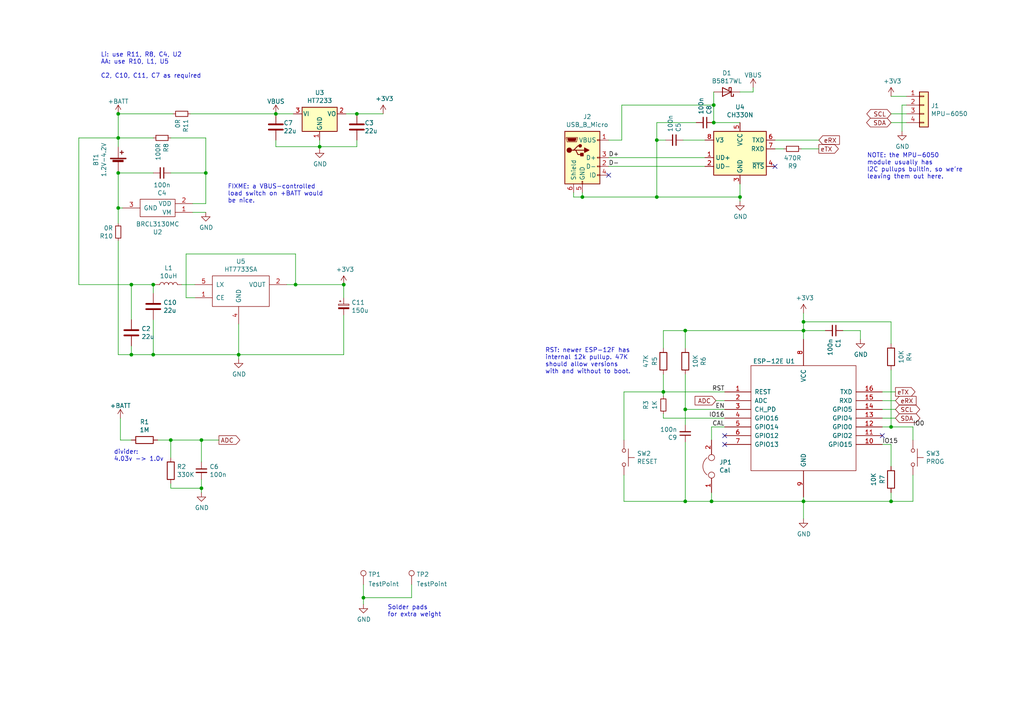
<source format=kicad_sch>
(kicad_sch (version 20211123) (generator eeschema)
  (paper "A4")
  (lib_symbols
    (symbol "Blue Rocket:BRCL3130MC" (pin_names (offset 1.016))
      (property "Reference" "U" (at 0 3.81 0))
      (property "Value" "BRCL3130MC" (at 0 -3.81 0))
      (symbol "BRCL3130MC_0_1"
        (rectangle (start -5.08 2.54) (end 5.08 -2.54))
      )
      (symbol "BRCL3130MC_1_1"
        (pin power_out line (at -10.16 1.27 0) (length 5.08) (name "VM") (number "1"))
        (pin power_in line (at -10.16 -1.27 0) (length 5.08) (name "VDD") (number "2"))
        (pin power_in line (at 10.16 0 180) (length 5.08) (name "GND") (number "3"))
      )
    )
    (symbol "Connector:TestPoint" (pin_numbers hide) (pin_names (offset 0.762) hide)
      (property "Reference" "TP" (at 0 6.858 0))
      (property "Value" "TestPoint" (at 0 5.08 0))
      (symbol "TestPoint_0_1"
        (circle (center 0 3.302) (radius 0.762))
      )
      (symbol "TestPoint_1_1"
        (pin passive line (at 0 0 90) (length 2.54) (name "1") (number "1"))
      )
    )
    (symbol "Connector:USB_B_Micro" (pin_names (offset 1.016))
      (property "Reference" "J" (at -5.08 11.43 0))
      (property "Value" "USB_B_Micro" (at -5.08 8.89 0))
      (symbol "USB_B_Micro_0_1"
        (rectangle (start -5.08 -7.62) (end 5.08 7.62) (stroke (width 0.254)) (fill (type background)))
        (circle (center -3.81 2.159) (radius 0.635) (stroke (width 0.254)) (fill (type outline)))
        (circle (center -0.635 3.429) (radius 0.381) (stroke (width 0.254)) (fill (type outline)))
        (rectangle (start -0.127 -7.62) (end 0.127 -6.858))
        (polyline (pts (xy -1.905 2.159) (xy 0.635 2.159)) (stroke (width 0.254)))
        (polyline (pts (xy -3.175 2.159) (xy -2.54 2.159) (xy -1.27 3.429) (xy -0.635 3.429)) (stroke (width 0.254)))
        (polyline (pts (xy -2.54 2.159) (xy -1.905 2.159) (xy -1.27 0.889) (xy 0 0.889)) (stroke (width 0.254)))
        (polyline (pts (xy 0.635 2.794) (xy 0.635 1.524) (xy 1.905 2.159) (xy 0.635 2.794)) (stroke (width 0.254)) (fill (type outline)))
        (polyline (pts (xy -4.318 5.588) (xy -1.778 5.588) (xy -2.032 4.826) (xy -4.064 4.826) (xy -4.318 5.588)) (fill (type outline)))
        (polyline (pts (xy -4.699 5.842) (xy -4.699 5.588) (xy -4.445 4.826) (xy -4.445 4.572) (xy -1.651 4.572) (xy -1.651 4.826) (xy -1.397 5.588) (xy -1.397 5.842) (xy -4.699 5.842)))
        (rectangle (start 0.254 1.27) (end -0.508 0.508) (stroke (width 0.254)) (fill (type outline)))
        (rectangle (start 5.08 -5.207) (end 4.318 -4.953))
        (rectangle (start 5.08 -2.667) (end 4.318 -2.413))
        (rectangle (start 5.08 -0.127) (end 4.318 0.127))
        (rectangle (start 5.08 4.953) (end 4.318 5.207))
      )
      (symbol "USB_B_Micro_1_1"
        (pin power_out line (at 7.62 5.08 180) (length 2.54) (name "VBUS") (number "1"))
        (pin bidirectional line (at 7.62 -2.54 180) (length 2.54) (name "D-") (number "2"))
        (pin bidirectional line (at 7.62 0 180) (length 2.54) (name "D+") (number "3"))
        (pin passive line (at 7.62 -5.08 180) (length 2.54) (name "ID") (number "4"))
        (pin power_out line (at 0 -10.16 90) (length 2.54) (name "GND") (number "5"))
        (pin passive line (at -2.54 -10.16 90) (length 2.54) (name "Shield") (number "6"))
      )
    )
    (symbol "Connector_Generic:Conn_01x04" (pin_names (offset 1.016) hide)
      (property "Reference" "J" (at 0 5.08 0))
      (property "Value" "Conn_01x04" (at 0 -7.62 0))
      (symbol "Conn_01x04_1_1"
        (rectangle (start -1.27 -4.953) (end 0 -5.207) (stroke (width 0.1524)))
        (rectangle (start -1.27 -2.413) (end 0 -2.667) (stroke (width 0.1524)))
        (rectangle (start -1.27 0.127) (end 0 -0.127) (stroke (width 0.1524)))
        (rectangle (start -1.27 2.667) (end 0 2.413) (stroke (width 0.1524)))
        (rectangle (start -1.27 3.81) (end 1.27 -6.35) (stroke (width 0.254)) (fill (type background)))
        (pin passive line (at -5.08 2.54 0) (length 3.81) (name "Pin_1") (number "1"))
        (pin passive line (at -5.08 0 0) (length 3.81) (name "Pin_2") (number "2"))
        (pin passive line (at -5.08 -2.54 0) (length 3.81) (name "Pin_3") (number "3"))
        (pin passive line (at -5.08 -5.08 0) (length 3.81) (name "Pin_4") (number "4"))
      )
    )
    (symbol "Device:Battery_Cell" (pin_numbers hide) (pin_names (offset 0) hide)
      (property "Reference" "BT" (at 2.54 2.54 0))
      (property "Value" "Battery_Cell" (at 2.54 0 0))
      (symbol "Battery_Cell_0_1"
        (rectangle (start -2.286 1.778) (end 2.286 1.524) (fill (type outline)))
        (rectangle (start -1.5748 1.1938) (end 1.4732 0.6858) (fill (type outline)))
        (polyline (pts (xy 0 0.762) (xy 0 0)))
        (polyline (pts (xy 0 1.778) (xy 0 2.54)))
        (polyline (pts (xy 0.508 3.429) (xy 1.524 3.429)) (stroke (width 0.254)))
        (polyline (pts (xy 1.016 3.937) (xy 1.016 2.921)) (stroke (width 0.254)))
      )
      (symbol "Battery_Cell_1_1"
        (pin passive line (at 0 5.08 270) (length 2.54) (name "+") (number "1"))
        (pin passive line (at 0 -2.54 90) (length 2.54) (name "-") (number "2"))
      )
    )
    (symbol "Device:C" (pin_numbers hide) (pin_names (offset 0.254))
      (property "Reference" "C" (at 0.635 2.54 0))
      (property "Value" "C" (at 0.635 -2.54 0))
      (symbol "C_0_1"
        (polyline (pts (xy -2.032 -0.762) (xy 2.032 -0.762)) (stroke (width 0.508)))
        (polyline (pts (xy -2.032 0.762) (xy 2.032 0.762)) (stroke (width 0.508)))
      )
      (symbol "C_1_1"
        (pin passive line (at 0 3.81 270) (length 2.794) (name "~") (number "1"))
        (pin passive line (at 0 -3.81 90) (length 2.794) (name "~") (number "2"))
      )
    )
    (symbol "Device:CP_Small" (pin_numbers hide) (pin_names (offset 0.254) hide)
      (property "Reference" "C" (at 0.254 1.778 0))
      (property "Value" "Device_CP_Small" (at 0.254 -2.032 0))
      (symbol "CP_Small_0_1"
        (rectangle (start -1.524 -0.3048) (end 1.524 -0.6858) (fill (type outline)))
        (rectangle (start -1.524 0.6858) (end 1.524 0.3048))
        (polyline (pts (xy -1.27 1.524) (xy -0.762 1.524)))
        (polyline (pts (xy -1.016 1.27) (xy -1.016 1.778)))
      )
      (symbol "CP_Small_1_1"
        (pin passive line (at 0 2.54 270) (length 1.8542) (name "~") (number "1"))
        (pin passive line (at 0 -2.54 90) (length 1.8542) (name "~") (number "2"))
      )
    )
    (symbol "Device:C_Small" (pin_numbers hide) (pin_names (offset 0.254) hide)
      (property "Reference" "C" (at 0.254 1.778 0))
      (property "Value" "C_Small" (at 0.254 -2.032 0))
      (symbol "C_Small_0_1"
        (polyline (pts (xy -1.524 -0.508) (xy 1.524 -0.508)) (stroke (width 0.3302)))
        (polyline (pts (xy -1.524 0.508) (xy 1.524 0.508)) (stroke (width 0.3048)))
      )
      (symbol "C_Small_1_1"
        (pin passive line (at 0 2.54 270) (length 2.032) (name "~") (number "1"))
        (pin passive line (at 0 -2.54 90) (length 2.032) (name "~") (number "2"))
      )
    )
    (symbol "Device:D_Schottky" (pin_numbers hide) (pin_names (offset 1.016) hide)
      (property "Reference" "D" (at 0 2.54 0))
      (property "Value" "D_Schottky" (at 0 -2.54 0))
      (symbol "D_Schottky_0_1"
        (polyline (pts (xy 1.27 0) (xy -1.27 0)))
        (polyline (pts (xy 1.27 1.27) (xy 1.27 -1.27) (xy -1.27 0) (xy 1.27 1.27)) (stroke (width 0.254)))
        (polyline (pts (xy -1.905 0.635) (xy -1.905 1.27) (xy -1.27 1.27) (xy -1.27 -1.27) (xy -0.635 -1.27) (xy -0.635 -0.635)) (stroke (width 0.254)))
      )
      (symbol "D_Schottky_1_1"
        (pin passive line (at -3.81 0 0) (length 2.54) (name "K") (number "1"))
        (pin passive line (at 3.81 0 180) (length 2.54) (name "A") (number "2"))
      )
    )
    (symbol "Device:Jumper" (pin_names (offset 0.762) hide)
      (property "Reference" "JP" (at 0 3.81 0))
      (property "Value" "Device_Jumper" (at 0 -2.032 0))
      (symbol "Jumper_0_1"
        (circle (center -2.54 0) (radius 0.889))
        (arc (start 2.5146 1.27) (mid 0.0127 2.5097) (end -2.4892 1.27))
        (circle (center 2.54 0) (radius 0.889))
        (pin passive line (at -7.62 0 0) (length 4.191) (name "1") (number "1"))
        (pin passive line (at 7.62 0 180) (length 4.191) (name "2") (number "2"))
      )
    )
    (symbol "Device:L" (pin_numbers hide) (pin_names (offset 1.016) hide)
      (property "Reference" "L" (at -1.27 0 90))
      (property "Value" "L" (at 1.905 0 90))
      (symbol "L_0_1"
        (arc (start 0 -2.54) (mid 0.635 -1.905) (end 0 -1.27))
        (arc (start 0 -1.27) (mid 0.635 -0.635) (end 0 0))
        (arc (start 0 0) (mid 0.635 0.635) (end 0 1.27))
        (arc (start 0 1.27) (mid 0.635 1.905) (end 0 2.54))
      )
      (symbol "L_1_1"
        (pin passive line (at 0 3.81 270) (length 1.27) (name "1") (number "1"))
        (pin passive line (at 0 -3.81 90) (length 1.27) (name "2") (number "2"))
      )
    )
    (symbol "Device:R" (pin_numbers hide) (pin_names (offset 0))
      (property "Reference" "R" (at 2.032 0 90))
      (property "Value" "R" (at 0 0 90))
      (symbol "R_0_1"
        (rectangle (start -1.016 -2.54) (end 1.016 2.54) (stroke (width 0.254)))
      )
      (symbol "R_1_1"
        (pin passive line (at 0 3.81 270) (length 1.27) (name "~") (number "1"))
        (pin passive line (at 0 -3.81 90) (length 1.27) (name "~") (number "2"))
      )
    )
    (symbol "Device:R_Small" (pin_numbers hide) (pin_names (offset 0.254) hide)
      (property "Reference" "R" (at 0.762 0.508 0))
      (property "Value" "R_Small" (at 0.762 -1.016 0))
      (symbol "R_Small_0_1"
        (rectangle (start -0.762 1.778) (end 0.762 -1.778) (stroke (width 0.2032)))
      )
      (symbol "R_Small_1_1"
        (pin passive line (at 0 2.54 270) (length 0.762) (name "~") (number "1"))
        (pin passive line (at 0 -2.54 90) (length 0.762) (name "~") (number "2"))
      )
    )
    (symbol "ESP8266:ESP-12" (pin_names (offset 1.016))
      (property "Reference" "U" (at 0 -2.54 0))
      (property "Value" "ESP-12" (at 0 2.54 0))
      (symbol "ESP-12_1_0"
        (rectangle (start -15.24 -15.24) (end 15.24 15.24))
      )
      (symbol "ESP-12_1_1"
        (pin input line (at -22.86 7.62 0) (length 7.62) (name "REST") (number "1"))
        (pin bidirectional line (at 22.86 -7.62 180) (length 7.62) (name "GPIO15") (number "10"))
        (pin bidirectional line (at 22.86 -5.08 180) (length 7.62) (name "GPIO2") (number "11"))
        (pin bidirectional line (at 22.86 -2.54 180) (length 7.62) (name "GPIO0") (number "12"))
        (pin bidirectional line (at 22.86 0 180) (length 7.62) (name "GPIO4") (number "13"))
        (pin bidirectional line (at 22.86 2.54 180) (length 7.62) (name "GPIO5") (number "14"))
        (pin input line (at 22.86 5.08 180) (length 7.62) (name "RXD") (number "15"))
        (pin output line (at 22.86 7.62 180) (length 7.62) (name "TXD") (number "16"))
        (pin passive line (at -22.86 5.08 0) (length 7.62) (name "ADC") (number "2"))
        (pin input line (at -22.86 2.54 0) (length 7.62) (name "CH_PD") (number "3"))
        (pin bidirectional line (at -22.86 0 0) (length 7.62) (name "GPIO16") (number "4"))
        (pin bidirectional line (at -22.86 -2.54 0) (length 7.62) (name "GPIO14") (number "5"))
        (pin bidirectional line (at -22.86 -5.08 0) (length 7.62) (name "GPIO12") (number "6"))
        (pin bidirectional line (at -22.86 -7.62 0) (length 7.62) (name "GPIO13") (number "7"))
        (pin power_in line (at 0 22.86 270) (length 7.62) (name "VCC") (number "8"))
        (pin power_in line (at 0 -22.86 90) (length 7.62) (name "GND") (number "9"))
      )
    )
    (symbol "Holtek:HT7733SA" (pin_names (offset 1.016))
      (property "Reference" "U" (at 7.62 -5.08 0))
      (property "Value" "Holtek_HT7733SA" (at 0 3.81 0))
      (symbol "HT7733SA_0_1"
        (rectangle (start -7.62 2.54) (end 8.89 -6.35))
      )
      (symbol "HT7733SA_1_1"
        (pin input line (at -12.7 -3.81 0) (length 5.08) (name "CE") (number "1"))
        (pin power_out line (at 13.97 0 180) (length 5.08) (name "VOUT") (number "2"))
        (pin no_connect line (at 13.97 -2.54 180) (length 5.08) hide (name "NC") (number "3"))
        (pin power_in line (at 0 -11.43 90) (length 5.08) (name "GND") (number "4"))
        (pin power_in line (at -12.7 0 0) (length 5.08) (name "LX") (number "5"))
      )
    )
    (symbol "Interface_USB:CH330N"
      (property "Reference" "U" (at -7.62 6.35 0))
      (property "Value" "CH330N" (at 7.62 6.35 0))
      (symbol "CH330N_0_1"
        (rectangle (start -7.62 5.08) (end 7.62 -7.62) (stroke (width 0.254)) (fill (type background)))
      )
      (symbol "CH330N_1_1"
        (pin bidirectional line (at -10.16 -2.54 0) (length 2.54) (name "UD+") (number "1"))
        (pin bidirectional line (at -10.16 -5.08 0) (length 2.54) (name "UD-") (number "2"))
        (pin power_in line (at 0 -10.16 90) (length 2.54) (name "GND") (number "3"))
        (pin output line (at 10.16 -5.08 180) (length 2.54) (name "~{RTS}") (number "4"))
        (pin power_in line (at 0 7.62 270) (length 2.54) (name "VCC") (number "5"))
        (pin output line (at 10.16 2.54 180) (length 2.54) (name "TXD") (number "6"))
        (pin input line (at 10.16 0 180) (length 2.54) (name "RXD") (number "7"))
        (pin passive line (at -10.16 2.54 0) (length 2.54) (name "V3") (number "8"))
      )
    )
    (symbol "Mega-BLDC-cache:+3.3V" (power) (pin_names (offset 0))
      (property "Value" "Mega-BLDC-cache_+3.3V" (at 0 3.556 0))
      (symbol "+3.3V_0_1"
        (polyline (pts (xy -0.762 1.27) (xy 0 2.54)))
        (polyline (pts (xy 0 0) (xy 0 2.54)))
        (polyline (pts (xy 0 2.54) (xy 0.762 1.27)))
      )
      (symbol "+3.3V_1_1"
        (pin power_in line (at 0 0 90) (length 0) hide (name "+3V3") (number "1"))
      )
    )
    (symbol "Regulator_Linear:MCP1700-3302E_SOT23" (pin_names (offset 0.254))
      (property "Reference" "U" (at -3.81 3.175 0))
      (property "Value" "MCP1700-3302E_SOT23" (at 0 3.175 0))
      (symbol "MCP1700-3302E_SOT23_0_1"
        (rectangle (start -5.08 1.905) (end 5.08 -5.08) (stroke (width 0.254)) (fill (type background)))
      )
      (symbol "MCP1700-3302E_SOT23_1_1"
        (pin power_in line (at 0 -7.62 90) (length 2.54) (name "GND") (number "1"))
        (pin power_out line (at 7.62 0 180) (length 2.54) (name "VO") (number "2"))
        (pin power_in line (at -7.62 0 0) (length 2.54) (name "VI") (number "3"))
      )
    )
    (symbol "Switch:SW_Push" (pin_numbers hide) (pin_names (offset 1.016) hide)
      (property "Reference" "SW" (at 1.27 2.54 0))
      (property "Value" "SW_Push" (at 0 -1.524 0))
      (symbol "SW_Push_0_1"
        (circle (center -2.032 0) (radius 0.508))
        (polyline (pts (xy 0 1.27) (xy 0 3.048)))
        (polyline (pts (xy 2.54 1.27) (xy -2.54 1.27)))
        (circle (center 2.032 0) (radius 0.508))
        (pin passive line (at -5.08 0 0) (length 2.54) (name "1") (number "1"))
        (pin passive line (at 5.08 0 180) (length 2.54) (name "2") (number "2"))
      )
    )
    (symbol "power:+BATT" (power) (pin_names (offset 0))
      (property "Value" "+BATT" (at 0 3.556 0))
      (symbol "+BATT_0_1"
        (polyline (pts (xy -0.762 1.27) (xy 0 2.54)))
        (polyline (pts (xy 0 0) (xy 0 2.54)))
        (polyline (pts (xy 0 2.54) (xy 0.762 1.27)))
      )
      (symbol "+BATT_1_1"
        (pin power_in line (at 0 0 90) (length 0) hide (name "+BATT") (number "1"))
      )
    )
    (symbol "power:GND" (power) (pin_names (offset 0))
      (property "Value" "GND" (at 0 -3.81 0))
      (symbol "GND_0_1"
        (polyline (pts (xy 0 0) (xy 0 -1.27) (xy 1.27 -1.27) (xy 0 -2.54) (xy -1.27 -1.27) (xy 0 -1.27)))
      )
      (symbol "GND_1_1"
        (pin power_in line (at 0 0 270) (length 0) hide (name "GND") (number "1"))
      )
    )
    (symbol "power:VBUS" (power) (pin_names (offset 0))
      (property "Value" "VBUS" (at 0 3.81 0))
      (symbol "VBUS_0_1"
        (polyline (pts (xy -0.762 1.27) (xy 0 2.54)))
        (polyline (pts (xy 0 0) (xy 0 2.54)))
        (polyline (pts (xy 0 2.54) (xy 0.762 1.27)))
      )
      (symbol "VBUS_1_1"
        (pin power_in line (at 0 0 90) (length 0) hide (name "VBUS") (number "1"))
      )
    )
  )
  (junction (at 59.69 50.165))
  (junction (at 34.29 33.02))
  (junction (at 34.29 60.325))
  (junction (at 233.045 93.345))
  (junction (at 69.215 102.87))
  (junction (at 258.445 145.415))
  (junction (at 198.755 118.745))
  (junction (at 92.71 42.545))
  (junction (at 207.01 30.48))
  (junction (at 192.405 113.665))
  (junction (at 80.01 33.02))
  (junction (at 198.755 145.415))
  (junction (at 38.1 102.87))
  (junction (at 58.42 141.605))
  (junction (at 190.5 57.15))
  (junction (at 233.045 145.415))
  (junction (at 34.29 40.005))
  (junction (at 44.45 102.87))
  (junction (at 44.45 82.55))
  (junction (at 233.045 95.885))
  (junction (at 207.01 35.56))
  (junction (at 34.29 50.165))
  (junction (at 85.725 82.55))
  (junction (at 206.375 145.415))
  (junction (at 105.41 173.355))
  (junction (at 38.1 82.55))
  (junction (at 58.42 127.635))
  (junction (at 190.5 40.64))
  (junction (at 103.505 33.02))
  (junction (at 99.695 82.55))
  (junction (at 49.53 127.635))
  (junction (at 168.91 57.15))
  (junction (at 258.445 123.825))
  (junction (at 198.755 95.885))
  (junction (at 214.63 57.15))
  (no_connect (at 224.79 48.26))
  (no_connect (at 255.905 126.365))
  (no_connect (at 210.185 128.905))
  (no_connect (at 176.53 50.8))
  (no_connect (at 210.185 126.365))
  (wire (pts (xy 204.47 45.72) (xy 176.53 45.72)))
  (wire (pts (xy 58.42 141.605) (xy 49.53 141.605)))
  (wire (pts (xy 190.5 40.64) (xy 190.5 57.15)))
  (wire (pts (xy 83.185 82.55) (xy 85.725 82.55)))
  (wire (pts (xy 224.79 43.18) (xy 227.33 43.18)))
  (wire (pts (xy 233.045 95.885) (xy 233.045 98.425)))
  (wire (pts (xy 52.705 82.55) (xy 56.515 82.55)))
  (wire (pts (xy 34.925 127.635) (xy 38.1 127.635)))
  (wire (pts (xy 34.925 121.285) (xy 34.925 127.635)))
  (wire (pts (xy 224.79 40.64) (xy 237.49 40.64)))
  (wire (pts (xy 55.88 59.055) (xy 59.69 59.055)))
  (wire (pts (xy 190.5 57.15) (xy 214.63 57.15)))
  (wire (pts (xy 258.445 128.905) (xy 258.445 135.255)))
  (wire (pts (xy 232.41 43.18) (xy 237.49 43.18)))
  (wire (pts (xy 38.1 100.33) (xy 38.1 102.87)))
  (wire (pts (xy 264.795 137.795) (xy 264.795 145.415)))
  (wire (pts (xy 34.29 102.87) (xy 38.1 102.87)))
  (wire (pts (xy 198.755 118.745) (xy 198.755 108.585)))
  (wire (pts (xy 59.69 40.005) (xy 59.69 50.165)))
  (wire (pts (xy 38.1 82.55) (xy 38.1 92.71)))
  (wire (pts (xy 198.755 128.27) (xy 198.755 145.415)))
  (wire (pts (xy 192.405 113.665) (xy 210.185 113.665)))
  (wire (pts (xy 34.29 60.325) (xy 34.29 64.77)))
  (wire (pts (xy 44.45 92.71) (xy 44.45 102.87)))
  (wire (pts (xy 192.405 113.665) (xy 192.405 114.935)))
  (wire (pts (xy 258.445 123.825) (xy 264.795 123.825)))
  (wire (pts (xy 264.795 123.825) (xy 264.795 127.635)))
  (wire (pts (xy 207.01 30.48) (xy 207.01 35.56)))
  (wire (pts (xy 49.53 140.335) (xy 49.53 141.605)))
  (wire (pts (xy 180.975 113.665) (xy 180.975 127.635)))
  (wire (pts (xy 259.715 121.285) (xy 255.905 121.285)))
  (wire (pts (xy 214.63 57.15) (xy 214.63 58.42)))
  (wire (pts (xy 44.45 82.55) (xy 44.45 85.09)))
  (wire (pts (xy 38.1 102.87) (xy 44.45 102.87)))
  (wire (pts (xy 258.445 107.315) (xy 258.445 123.825)))
  (wire (pts (xy 58.42 127.635) (xy 63.5 127.635)))
  (wire (pts (xy 99.695 91.44) (xy 99.695 102.87)))
  (wire (pts (xy 262.89 30.48) (xy 261.62 30.48)))
  (wire (pts (xy 198.755 145.415) (xy 206.375 145.415)))
  (wire (pts (xy 180.975 145.415) (xy 198.755 145.415)))
  (wire (pts (xy 206.375 145.415) (xy 233.045 145.415)))
  (wire (pts (xy 180.34 30.48) (xy 207.01 30.48)))
  (wire (pts (xy 255.905 118.745) (xy 259.715 118.745)))
  (wire (pts (xy 103.505 42.545) (xy 103.505 40.64)))
  (wire (pts (xy 92.71 42.545) (xy 103.505 42.545)))
  (wire (pts (xy 103.505 33.02) (xy 111.125 33.02)))
  (wire (pts (xy 100.33 33.02) (xy 103.505 33.02)))
  (wire (pts (xy 168.91 57.15) (xy 166.37 57.15)))
  (wire (pts (xy 176.53 40.64) (xy 180.34 40.64)))
  (wire (pts (xy 22.86 82.55) (xy 38.1 82.55)))
  (wire (pts (xy 58.42 133.985) (xy 58.42 127.635)))
  (wire (pts (xy 53.975 73.66) (xy 85.725 73.66)))
  (wire (pts (xy 258.445 27.94) (xy 262.89 27.94)))
  (wire (pts (xy 198.755 118.745) (xy 198.755 123.19)))
  (wire (pts (xy 34.29 33.02) (xy 50.165 33.02)))
  (wire (pts (xy 233.045 93.345) (xy 258.445 93.345)))
  (wire (pts (xy 119.38 173.355) (xy 119.38 169.545)))
  (wire (pts (xy 105.41 173.355) (xy 119.38 173.355)))
  (wire (pts (xy 264.795 145.415) (xy 258.445 145.415)))
  (wire (pts (xy 258.445 93.345) (xy 258.445 99.695)))
  (wire (pts (xy 58.42 139.065) (xy 58.42 141.605)))
  (wire (pts (xy 180.34 40.64) (xy 180.34 30.48)))
  (wire (pts (xy 80.01 42.545) (xy 92.71 42.545)))
  (wire (pts (xy 166.37 57.15) (xy 166.37 55.88)))
  (wire (pts (xy 233.045 144.145) (xy 233.045 145.415)))
  (wire (pts (xy 193.04 40.64) (xy 190.5 40.64)))
  (wire (pts (xy 69.215 102.87) (xy 99.695 102.87)))
  (wire (pts (xy 192.405 113.665) (xy 180.975 113.665)))
  (wire (pts (xy 176.53 48.26) (xy 204.47 48.26)))
  (wire (pts (xy 35.56 60.325) (xy 34.29 60.325)))
  (wire (pts (xy 210.185 123.825) (xy 206.375 123.825)))
  (wire (pts (xy 190.5 35.56) (xy 190.5 40.64)))
  (wire (pts (xy 255.905 128.905) (xy 258.445 128.905)))
  (wire (pts (xy 258.445 145.415) (xy 233.045 145.415)))
  (wire (pts (xy 56.515 86.36) (xy 53.975 86.36)))
  (wire (pts (xy 233.045 93.345) (xy 233.045 95.885)))
  (wire (pts (xy 192.405 120.015) (xy 192.405 121.285)))
  (wire (pts (xy 207.645 116.205) (xy 210.185 116.205)))
  (wire (pts (xy 261.62 30.48) (xy 261.62 38.1)))
  (wire (pts (xy 218.44 26.67) (xy 218.44 25.4)))
  (wire (pts (xy 58.42 141.605) (xy 58.42 142.875)))
  (wire (pts (xy 49.53 40.005) (xy 59.69 40.005)))
  (wire (pts (xy 34.29 42.545) (xy 34.29 40.005)))
  (wire (pts (xy 34.29 40.005) (xy 44.45 40.005)))
  (wire (pts (xy 258.445 142.875) (xy 258.445 145.415)))
  (wire (pts (xy 55.245 33.02) (xy 80.01 33.02)))
  (wire (pts (xy 34.29 40.005) (xy 22.86 40.005)))
  (wire (pts (xy 22.86 40.005) (xy 22.86 82.55)))
  (wire (pts (xy 214.63 26.67) (xy 218.44 26.67)))
  (wire (pts (xy 207.01 35.56) (xy 214.63 35.56)))
  (wire (pts (xy 258.445 35.56) (xy 262.89 35.56)))
  (wire (pts (xy 49.53 127.635) (xy 49.53 132.715)))
  (wire (pts (xy 192.405 113.665) (xy 192.405 108.585)))
  (wire (pts (xy 198.12 40.64) (xy 204.47 40.64)))
  (wire (pts (xy 49.53 127.635) (xy 58.42 127.635)))
  (wire (pts (xy 44.45 102.87) (xy 69.215 102.87)))
  (wire (pts (xy 168.91 57.15) (xy 168.91 55.88)))
  (wire (pts (xy 69.215 93.98) (xy 69.215 102.87)))
  (wire (pts (xy 198.755 118.745) (xy 210.185 118.745)))
  (wire (pts (xy 190.5 57.15) (xy 168.91 57.15)))
  (wire (pts (xy 255.905 123.825) (xy 258.445 123.825)))
  (wire (pts (xy 207.01 26.67) (xy 207.01 30.48)))
  (wire (pts (xy 198.755 95.885) (xy 233.045 95.885)))
  (wire (pts (xy 192.405 121.285) (xy 210.185 121.285)))
  (wire (pts (xy 80.01 33.02) (xy 85.09 33.02)))
  (wire (pts (xy 249.555 95.885) (xy 249.555 98.425)))
  (wire (pts (xy 80.01 40.64) (xy 80.01 42.545)))
  (wire (pts (xy 198.755 100.965) (xy 198.755 95.885)))
  (wire (pts (xy 34.29 69.85) (xy 34.29 102.87)))
  (wire (pts (xy 44.45 50.165) (xy 34.29 50.165)))
  (wire (pts (xy 34.29 60.325) (xy 34.29 50.165)))
  (wire (pts (xy 192.405 95.885) (xy 198.755 95.885)))
  (wire (pts (xy 38.1 82.55) (xy 44.45 82.55)))
  (wire (pts (xy 255.905 113.665) (xy 259.715 113.665)))
  (wire (pts (xy 53.975 86.36) (xy 53.975 73.66)))
  (wire (pts (xy 59.69 50.165) (xy 59.69 59.055)))
  (wire (pts (xy 233.045 90.805) (xy 233.045 93.345)))
  (wire (pts (xy 201.93 35.56) (xy 190.5 35.56)))
  (wire (pts (xy 192.405 95.885) (xy 192.405 100.965)))
  (wire (pts (xy 49.53 50.165) (xy 59.69 50.165)))
  (wire (pts (xy 105.41 173.355) (xy 105.41 175.26)))
  (wire (pts (xy 105.41 169.545) (xy 105.41 173.355)))
  (wire (pts (xy 255.905 116.205) (xy 259.715 116.205)))
  (wire (pts (xy 55.88 61.595) (xy 59.69 61.595)))
  (wire (pts (xy 85.725 73.66) (xy 85.725 82.55)))
  (wire (pts (xy 233.045 95.885) (xy 239.395 95.885)))
  (wire (pts (xy 45.72 127.635) (xy 49.53 127.635)))
  (wire (pts (xy 85.725 82.55) (xy 99.695 82.55)))
  (wire (pts (xy 258.445 33.02) (xy 262.89 33.02)))
  (wire (pts (xy 206.375 123.825) (xy 206.375 127.635)))
  (wire (pts (xy 214.63 53.34) (xy 214.63 57.15)))
  (wire (pts (xy 34.29 40.005) (xy 34.29 33.02)))
  (wire (pts (xy 244.475 95.885) (xy 249.555 95.885)))
  (wire (pts (xy 180.975 137.795) (xy 180.975 145.415)))
  (wire (pts (xy 69.215 102.87) (xy 69.215 104.14)))
  (wire (pts (xy 44.45 82.55) (xy 45.085 82.55)))
  (wire (pts (xy 233.045 145.415) (xy 233.045 150.495)))
  (wire (pts (xy 92.71 42.545) (xy 92.71 43.18)))
  (wire (pts (xy 92.71 40.64) (xy 92.71 42.545)))
  (wire (pts (xy 99.695 82.55) (xy 99.695 86.36)))
  (wire (pts (xy 206.375 142.875) (xy 206.375 145.415)))
  (text "divider:\n4.03v -> 1.0v" (at 33.02 133.985 0) (effects (font (size 1.27 1.27)) (justify left bottom)))
  (text "Li: use R11, R8, C4, U2\nAA: use R10, L1, U5\n\nC2, C10, C11, C7 as required" (at 29.21 22.86 0) (effects (font (size 1.27 1.27)) (justify left bottom)))
  (text "NOTE: the MPU-6050\nmodule usually has\nI2C pullups builtin, so we're\nleaving them out here." (at 251.46 52.07 0) (effects (font (size 1.27 1.27)) (justify left bottom)))
  (text "FIXME: a VBUS-controlled\nload switch on +BATT would\nbe nice." (at 66.04 59.055 0) (effects (font (size 1.27 1.27)) (justify left bottom)))
  (text "Solder pads\nfor extra weight" (at 112.395 179.07 0) (effects (font (size 1.27 1.27)) (justify left bottom)))
  (text "RST: newer ESP-12F has\ninternal 12k pullup. 47K\nshould allow versions\nwith and without to boot." (at 158.115 108.585 0) (effects (font (size 1.27 1.27)) (justify left bottom)))
  (label "D+" (at 176.53 45.72 0))
  (label "RST" (at 210.185 113.665 180))
  (label "EN" (at 210.185 118.745 180))
  (label "IO15" (at 255.905 128.905 0))
  (label "D-" (at 176.53 48.26 0))
  (label "IO0" (at 264.795 123.825 0))
  (label "IO16" (at 210.185 121.285 180))
  (label "CAL" (at 210.185 123.825 180))
  (global_label "ADC" (shape output) (at 63.5 127.635 0) (property "Intersheet References" "${INTERSHEET_REFS}" (effects hide)))
  (global_label "eTX" (shape output) (at 237.49 43.18 0) (property "Intersheet References" "${INTERSHEET_REFS}" (effects hide)))
  (global_label "SCL" (shape bidirectional) (at 258.445 33.02 180) (property "Intersheet References" "${INTERSHEET_REFS}" (effects hide)))
  (global_label "ADC" (shape input) (at 207.645 116.205 180) (property "Intersheet References" "${INTERSHEET_REFS}" (effects hide)))
  (global_label "SCL" (shape bidirectional) (at 259.715 118.745 0) (property "Intersheet References" "${INTERSHEET_REFS}" (effects hide)))
  (global_label "SDA" (shape bidirectional) (at 259.715 121.285 0) (property "Intersheet References" "${INTERSHEET_REFS}" (effects hide)))
  (global_label "eRX" (shape input) (at 259.715 116.205 0) (property "Intersheet References" "${INTERSHEET_REFS}" (effects hide)))
  (global_label "SDA" (shape bidirectional) (at 258.445 35.56 180) (property "Intersheet References" "${INTERSHEET_REFS}" (effects hide)))
  (global_label "eRX" (shape input) (at 237.49 40.64 0) (property "Intersheet References" "${INTERSHEET_REFS}" (effects hide)))
  (global_label "eTX" (shape output) (at 259.715 113.665 0) (property "Intersheet References" "${INTERSHEET_REFS}" (effects hide)))
  (symbol (lib_id "ESP8266:ESP-12") (at 233.045 121.285 0) (unit 1)
    (property "Reference" "U1" (at 229.235 104.775 0))
    (property "Value" "ESP-12E" (at 222.885 104.775 0))
    (property "Footprint" "CPB:ESP-12Emin" (effects hide))
    (property "Datasheet" "http://wiki.ai-thinker.com/_media/esp8266/docs/aithinker_esp_12f_datasheet_en.pdf" (effects hide))
  )
  (symbol (lib_id "Device:C_Small") (at 241.935 95.885 270) (unit 1)
    (property "Reference" "C1" (at 243.1034 98.2218 0) (effects (justify left)))
    (property "Value" "100n" (at 240.792 98.2218 0) (effects (justify left)))
    (property "Footprint" "Capacitor_SMD:C_0603_1608Metric_Pad1.08x0.95mm_HandSolder" (effects hide))
  )
  (symbol (lib_id "power:GND") (at 233.045 150.495 0) (unit 1)
    (property "Reference" "#PWR02" (effects hide))
    (property "Value" "GND" (at 233.172 154.8892 0))
  )
  (symbol (lib_id "Device:R") (at 198.755 104.775 180) (unit 1)
    (property "Reference" "R6" (at 204.0128 104.775 90))
    (property "Value" "10K" (at 201.7014 104.775 90))
    (property "Footprint" "Resistor_SMD:R_0603_1608Metric_Pad0.98x0.95mm_HandSolder" (effects hide))
  )
  (symbol (lib_id "Device:R") (at 192.405 104.775 180) (unit 1)
    (property "Reference" "R5" (at 189.865 104.775 90))
    (property "Value" "47K" (at 187.325 104.775 90))
    (property "Footprint" "Resistor_SMD:R_0603_1608Metric_Pad0.98x0.95mm_HandSolder" (effects hide))
  )
  (symbol (lib_id "Device:C") (at 103.505 36.83 0) (unit 1)
    (property "Reference" "C3" (at 105.7402 35.6616 0) (effects (justify left)))
    (property "Value" "22u" (at 105.7402 37.973 0) (effects (justify left)))
    (property "Footprint" "Capacitor_SMD:C_0805_2012Metric_Pad1.18x1.45mm_HandSolder" (effects hide))
  )
  (symbol (lib_id "power:GND") (at 92.71 43.18 0) (unit 1)
    (property "Reference" "#PWR03" (effects hide))
    (property "Value" "GND" (at 92.837 47.5742 0))
  )
  (symbol (lib_id "Device:R") (at 41.91 127.635 270) (unit 1)
    (property "Reference" "R1" (at 41.91 122.3772 90))
    (property "Value" "1M" (at 41.91 124.6886 90))
    (property "Footprint" "Resistor_SMD:R_0603_1608Metric_Pad0.98x0.95mm_HandSolder" (effects hide))
  )
  (symbol (lib_id "Device:R") (at 49.53 136.525 180) (unit 1)
    (property "Reference" "R2" (at 51.308 135.3566 0) (effects (justify right)))
    (property "Value" "330K" (at 51.308 137.668 0) (effects (justify right)))
    (property "Footprint" "Resistor_SMD:R_0603_1608Metric_Pad0.98x0.95mm_HandSolder" (effects hide))
  )
  (symbol (lib_id "power:GND") (at 58.42 142.875 0) (unit 1)
    (property "Reference" "#PWR04" (effects hide))
    (property "Value" "GND" (at 58.547 147.2692 0))
  )
  (symbol (lib_id "Device:C_Small") (at 58.42 136.525 0) (unit 1)
    (property "Reference" "C6" (at 60.7568 135.3566 0) (effects (justify left)))
    (property "Value" "100n" (at 60.7568 137.668 0) (effects (justify left)))
    (property "Footprint" "Capacitor_SMD:C_0603_1608Metric_Pad1.08x0.95mm_HandSolder" (effects hide))
  )
  (symbol (lib_id "power:GND") (at 261.62 38.1 0) (unit 1)
    (property "Reference" "#PWR06" (effects hide))
    (property "Value" "GND" (at 261.747 42.4942 0))
  )
  (symbol (lib_id "Device:Jumper") (at 206.375 135.255 90) (unit 1)
    (property "Reference" "JP1" (at 208.6102 134.0866 90) (effects (justify right)))
    (property "Value" "Cal" (at 208.6102 136.398 90) (effects (justify right)))
    (property "Footprint" "Button_Switch_SMD:SW_SPDT_PCM12" (effects hide))
  )
  (symbol (lib_id "Device:Battery_Cell") (at 34.29 47.625 0) (unit 1)
    (property "Reference" "BT1" (at 27.813 46.355 90))
    (property "Value" "1.2V-4.2V" (at 30.1244 46.355 90))
    (property "Footprint" "Connector_JST:JST_PH_S2B-PH-K_1x02_P2.00mm_Horizontal" (effects hide))
  )
  (symbol (lib_id "Regulator_Linear:MCP1700-3302E_SOT23") (at 92.71 33.02 0) (unit 1)
    (property "Reference" "U3" (at 92.71 26.8732 0))
    (property "Value" "HT7233" (at 92.71 29.1846 0))
    (property "Footprint" "Package_TO_SOT_SMD:SOT-23_Handsoldering" (effects hide))
    (property "Datasheet" "http://ww1.microchip.com/downloads/en/DeviceDoc/20001826C.pdf" (effects hide))
  )
  (symbol (lib_id "Connector_Generic:Conn_01x04") (at 267.97 30.48 0) (unit 1)
    (property "Reference" "J1" (at 270.002 30.6832 0) (effects (justify left)))
    (property "Value" "MPU-6050" (at 270.002 32.9946 0) (effects (justify left)))
    (property "Footprint" "CPB:MPU-6050 Breakout I2C" (effects hide))
  )
  (symbol (lib_id "power:GND") (at 249.555 98.425 0) (unit 1)
    (property "Reference" "#PWR05" (effects hide))
    (property "Value" "GND" (at 249.682 102.8192 0))
  )
  (symbol (lib_id "Device:R") (at 258.445 139.065 180) (unit 1)
    (property "Reference" "R7" (at 255.905 139.065 90))
    (property "Value" "10K" (at 253.365 139.065 90))
    (property "Footprint" "Resistor_SMD:R_0603_1608Metric_Pad0.98x0.95mm_HandSolder" (effects hide))
  )
  (symbol (lib_id "Device:R") (at 258.445 103.505 180) (unit 1)
    (property "Reference" "R4" (at 263.7028 103.505 90))
    (property "Value" "10K" (at 261.3914 103.505 90))
    (property "Footprint" "Resistor_SMD:R_0603_1608Metric_Pad0.98x0.95mm_HandSolder" (effects hide))
  )
  (symbol (lib_id "Device:R_Small") (at 192.405 117.475 180) (unit 1)
    (property "Reference" "R3" (at 187.325 117.475 90))
    (property "Value" "1K" (at 189.865 117.475 90))
    (property "Footprint" "Resistor_SMD:R_0603_1608Metric_Pad0.98x0.95mm_HandSolder" (effects hide))
  )
  (symbol (lib_id "Blue Rocket:BRCL3130MC") (at 45.72 60.325 180) (unit 1)
    (property "Reference" "U2" (at 45.72 67.31 0))
    (property "Value" "BRCL3130MC" (at 45.72 64.9986 0))
    (property "Footprint" "Package_TO_SOT_SMD:SOT-23_Handsoldering" (effects hide))
    (property "Datasheet" "https://datasheet.lcsc.com/szlcsc/1912111437_Foshan-Blue-Rocket-Elec-BRCL3130MC_C328561.pdf" (effects hide))
  )
  (symbol (lib_id "Device:R_Small") (at 46.99 40.005 270) (unit 1)
    (property "Reference" "R8" (at 48.1584 41.5036 0) (effects (justify left)))
    (property "Value" "100R" (at 45.847 41.5036 0) (effects (justify left)))
    (property "Footprint" "Resistor_SMD:R_0603_1608Metric_Pad0.98x0.95mm_HandSolder" (effects hide))
  )
  (symbol (lib_id "Device:C_Small") (at 46.99 50.165 270) (unit 1)
    (property "Reference" "C4" (at 46.99 55.9816 90))
    (property "Value" "100n" (at 46.99 53.6702 90))
    (property "Footprint" "Capacitor_SMD:C_0603_1608Metric_Pad1.08x0.95mm_HandSolder" (effects hide))
  )
  (symbol (lib_id "Connector:USB_B_Micro") (at 168.91 45.72 0) (unit 1)
    (property "Reference" "J2" (at 170.307 33.8582 0))
    (property "Value" "USB_B_Micro" (at 170.307 36.1696 0))
    (property "Footprint" "CPB:USB Micro-B C10418" (effects hide))
  )
  (symbol (lib_id "Interface_USB:CH330N") (at 214.63 43.18 0) (unit 1)
    (property "Reference" "U4" (at 214.63 31.0388 0))
    (property "Value" "CH330N" (at 214.63 33.3502 0))
    (property "Footprint" "Package_SO:SOIC-8_3.9x4.9mm_P1.27mm" (effects hide))
    (property "Datasheet" "http://www.wch.cn/downloads/file/240.html" (effects hide))
  )
  (symbol (lib_id "Device:D_Schottky") (at 210.82 26.67 180) (unit 1)
    (property "Reference" "D1" (at 210.82 21.1836 0))
    (property "Value" "B5817WL" (at 210.82 23.495 0))
    (property "Footprint" "Diode_SMD:D_SOD-123F" (effects hide))
  )
  (symbol (lib_id "Device:C_Small") (at 195.58 40.64 270) (mirror x) (unit 1)
    (property "Reference" "C5" (at 196.7484 38.3032 0) (effects (justify left)))
    (property "Value" "100n" (at 194.437 38.3032 0) (effects (justify left)))
    (property "Footprint" "Capacitor_SMD:C_0603_1608Metric_Pad1.08x0.95mm_HandSolder" (effects hide))
  )
  (symbol (lib_id "power:GND") (at 214.63 58.42 0) (unit 1)
    (property "Reference" "#PWR0103" (effects hide))
    (property "Value" "GND" (at 214.757 62.8142 0))
  )
  (symbol (lib_id "Device:C_Small") (at 204.47 35.56 270) (mirror x) (unit 1)
    (property "Reference" "C8" (at 205.6384 33.2232 0) (effects (justify left)))
    (property "Value" "100n" (at 203.327 33.2232 0) (effects (justify left)))
    (property "Footprint" "Capacitor_SMD:C_0603_1608Metric_Pad1.08x0.95mm_HandSolder" (effects hide))
  )
  (symbol (lib_id "Device:R_Small") (at 229.87 43.18 270) (mirror x) (unit 1)
    (property "Reference" "R9" (at 229.87 48.1584 90))
    (property "Value" "470R" (at 229.87 45.847 90))
    (property "Footprint" "Resistor_SMD:R_0603_1608Metric_Pad0.98x0.95mm_HandSolder" (effects hide))
  )
  (symbol (lib_id "Switch:SW_Push") (at 180.975 132.715 270) (unit 1)
    (property "Reference" "SW2" (at 184.7342 131.5466 90) (effects (justify left)))
    (property "Value" "RESET" (at 184.7342 133.858 90) (effects (justify left)))
    (property "Footprint" "Button_Switch_SMD:SW_SPST_CK_RS282G05A3" (effects hide))
  )
  (symbol (lib_id "Switch:SW_Push") (at 264.795 132.715 270) (unit 1)
    (property "Reference" "SW3" (at 268.5542 131.5466 90) (effects (justify left)))
    (property "Value" "PROG" (at 268.5542 133.858 90) (effects (justify left)))
    (property "Footprint" "Button_Switch_SMD:SW_SPST_CK_RS282G05A3" (effects hide))
  )
  (symbol (lib_id "Device:C") (at 80.01 36.83 0) (unit 1)
    (property "Reference" "C7" (at 82.2452 35.6616 0) (effects (justify left)))
    (property "Value" "22u" (at 82.2452 37.973 0) (effects (justify left)))
    (property "Footprint" "Capacitor_SMD:C_0805_2012Metric_Pad1.18x1.45mm_HandSolder" (effects hide))
  )
  (symbol (lib_id "Holtek:HT7733SA") (at 69.215 82.55 0) (unit 1)
    (property "Reference" "U5" (at 69.85 75.819 0))
    (property "Value" "HT7733SA" (at 69.85 78.1304 0))
    (property "Footprint" "Package_TO_SOT_SMD:SOT-23-5_HandSoldering" (effects hide))
  )
  (symbol (lib_id "Device:R_Small") (at 34.29 67.31 180) (unit 1)
    (property "Reference" "R10" (at 32.7914 68.4784 0) (effects (justify left)))
    (property "Value" "0R" (at 32.7914 66.167 0) (effects (justify left)))
    (property "Footprint" "Resistor_SMD:R_0603_1608Metric_Pad0.98x0.95mm_HandSolder" (effects hide))
  )
  (symbol (lib_id "power:GND") (at 69.215 104.14 0) (unit 1)
    (property "Reference" "#PWR0107" (effects hide))
    (property "Value" "GND" (at 69.342 108.5342 0))
  )
  (symbol (lib_id "Mega-BLDC-cache:+3.3V") (at 99.695 82.55 0) (unit 1)
    (property "Reference" "#PWR0108" (effects hide))
    (property "Value" "+3.3V" (at 100.076 78.1558 0))
  )
  (symbol (lib_id "Connector:TestPoint") (at 119.38 169.545 0) (unit 1)
    (property "Reference" "TP2" (at 120.777 166.6045 0) (effects (justify left)))
    (property "Value" "TestPoint" (at 120.777 169.3796 0) (effects (justify left)))
    (property "Footprint" "TestPoint:TestPoint_Pad_4.0x4.0mm" (effects hide))
  )
  (symbol (lib_id "Mega-BLDC-cache:+3.3V") (at 233.045 90.805 0) (unit 1)
    (property "Reference" "#PWR011" (effects hide))
    (property "Value" "+3.3V" (at 233.426 86.4108 0))
  )
  (symbol (lib_id "Mega-BLDC-cache:+3.3V") (at 111.125 33.02 0) (unit 1)
    (property "Reference" "#PWR09" (effects hide))
    (property "Value" "+3.3V" (at 111.506 28.6258 0))
  )
  (symbol (lib_id "Device:C") (at 44.45 88.9 0) (unit 1)
    (property "Reference" "C10" (at 47.371 87.7316 0) (effects (justify left)))
    (property "Value" "22u" (at 47.371 90.043 0) (effects (justify left)))
    (property "Footprint" "Capacitor_SMD:C_0805_2012Metric_Pad1.18x1.45mm_HandSolder" (effects hide))
  )
  (symbol (lib_id "power:VBUS") (at 80.01 33.02 0) (unit 1)
    (property "Reference" "#PWR08" (effects hide))
    (property "Value" "VBUS" (at 80.01 29.4155 0))
  )
  (symbol (lib_id "Mega-BLDC-cache:+3.3V") (at 258.445 27.94 0) (unit 1)
    (property "Reference" "#PWR012" (effects hide))
    (property "Value" "+3.3V" (at 258.826 23.5458 0))
  )
  (symbol (lib_id "Device:CP_Small") (at 99.695 88.9 0) (unit 1)
    (property "Reference" "C11" (at 101.9302 87.7316 0) (effects (justify left)))
    (property "Value" "150u" (at 101.9302 90.043 0) (effects (justify left)))
    (property "Footprint" "Capacitor_Tantalum_SMD:CP_EIA-7343-20_Kemet-V_Pad2.25x2.55mm_HandSolder" (effects hide))
  )
  (symbol (lib_id "Device:L") (at 48.895 82.55 90) (unit 1)
    (property "Reference" "L1" (at 48.895 77.724 90))
    (property "Value" "10uH" (at 48.895 80.0354 90))
    (property "Footprint" "Inductor_SMD:L_Bourns-SRN4018" (effects hide))
  )
  (symbol (lib_id "Device:C") (at 38.1 96.52 0) (unit 1)
    (property "Reference" "C2" (at 41.021 95.3516 0) (effects (justify left)))
    (property "Value" "22u" (at 41.021 97.663 0) (effects (justify left)))
    (property "Footprint" "Capacitor_SMD:C_0805_2012Metric_Pad1.18x1.45mm_HandSolder" (effects hide))
  )
  (symbol (lib_id "power:+BATT") (at 34.925 121.285 0) (unit 1)
    (property "Reference" "#PWR07" (effects hide))
    (property "Value" "+BATT" (at 34.925 117.6805 0))
  )
  (symbol (lib_id "power:+BATT") (at 34.29 33.02 0) (unit 1)
    (property "Reference" "#PWR01" (effects hide))
    (property "Value" "+BATT" (at 34.29 29.4155 0))
  )
  (symbol (lib_id "power:GND") (at 59.69 61.595 0) (unit 1)
    (property "Reference" "#PWR0105" (effects hide))
    (property "Value" "GND" (at 59.817 65.9892 0))
  )
  (symbol (lib_id "power:VBUS") (at 218.44 25.4 0) (unit 1)
    (property "Reference" "#PWR010" (effects hide))
    (property "Value" "VBUS" (at 218.44 21.7955 0))
  )
  (symbol (lib_id "Device:C_Small") (at 198.755 125.73 180) (unit 1)
    (property "Reference" "C9" (at 196.4182 126.8984 0) (effects (justify left)))
    (property "Value" "100n" (at 196.4182 124.587 0) (effects (justify left)))
    (property "Footprint" "Capacitor_SMD:C_0603_1608Metric_Pad1.08x0.95mm_HandSolder" (effects hide))
  )
  (symbol (lib_id "Device:R_Small") (at 52.705 33.02 270) (unit 1)
    (property "Reference" "R11" (at 53.8734 34.5186 0) (effects (justify left)))
    (property "Value" "0R" (at 51.562 34.5186 0) (effects (justify left)))
    (property "Footprint" "Resistor_SMD:R_0603_1608Metric_Pad0.98x0.95mm_HandSolder" (effects hide))
  )
  (symbol (lib_id "Connector:TestPoint") (at 105.41 169.545 0) (unit 1)
    (property "Reference" "TP1" (at 106.807 166.6045 0) (effects (justify left)))
    (property "Value" "TestPoint" (at 106.807 169.3796 0) (effects (justify left)))
    (property "Footprint" "TestPoint:TestPoint_Pad_4.0x4.0mm" (effects hide))
  )
  (symbol (lib_id "power:GND") (at 105.41 175.26 0) (unit 1)
    (property "Reference" "#PWR0101" (effects hide))
    (property "Value" "GND" (at 105.537 179.6542 0))
  )
)
</source>
